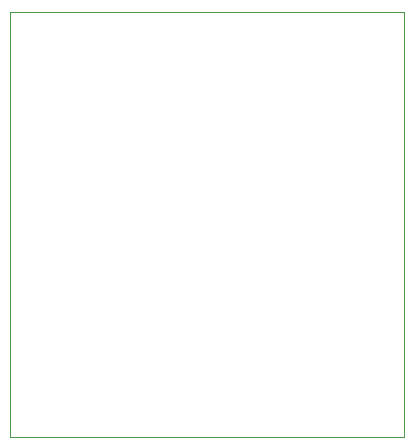
<source format=gm1>
G04 #@! TF.GenerationSoftware,KiCad,Pcbnew,(5.0.0)*
G04 #@! TF.CreationDate,2019-03-31T23:41:12-04:00*
G04 #@! TF.ProjectId,GSR_v1,4753525F76312E6B696361645F706362,rev?*
G04 #@! TF.SameCoordinates,Original*
G04 #@! TF.FileFunction,Profile,NP*
%FSLAX46Y46*%
G04 Gerber Fmt 4.6, Leading zero omitted, Abs format (unit mm)*
G04 Created by KiCad (PCBNEW (5.0.0)) date 03/31/19 23:41:12*
%MOMM*%
%LPD*%
G01*
G04 APERTURE LIST*
%ADD10C,0.100000*%
G04 APERTURE END LIST*
D10*
X265900000Y-109980000D02*
X299260000Y-109980000D01*
X265900000Y-125500000D02*
X265900000Y-109990000D01*
X299260000Y-145980000D02*
X299260000Y-109980000D01*
X265900000Y-145980000D02*
X299260000Y-145980000D01*
X265900000Y-125500000D02*
X265900000Y-125520000D01*
X265900000Y-125510000D02*
X265900000Y-145980000D01*
M02*

</source>
